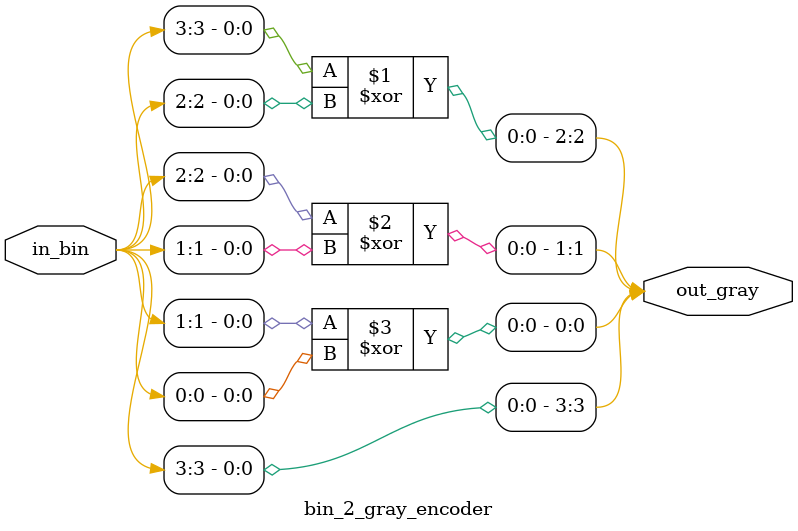
<source format=sv>
`timescale 1ns/100ps

module bin_2_gray_encoder #(parameter DATA_WIDTH = 4) (
    input   logic [DATA_WIDTH-1:0] in_bin, 
    output  logic [DATA_WIDTH-1:0] out_gray    
);

    assign out_gray[DATA_WIDTH-1] = in_bin[DATA_WIDTH-1];
    
    genvar i;
    generate
        for(i=DATA_WIDTH-1; i>0; i=i-1) begin
            assign out_gray[i-1] = in_bin[i] ^ in_bin[i-1];
        end
    endgenerate

endmodule

</source>
